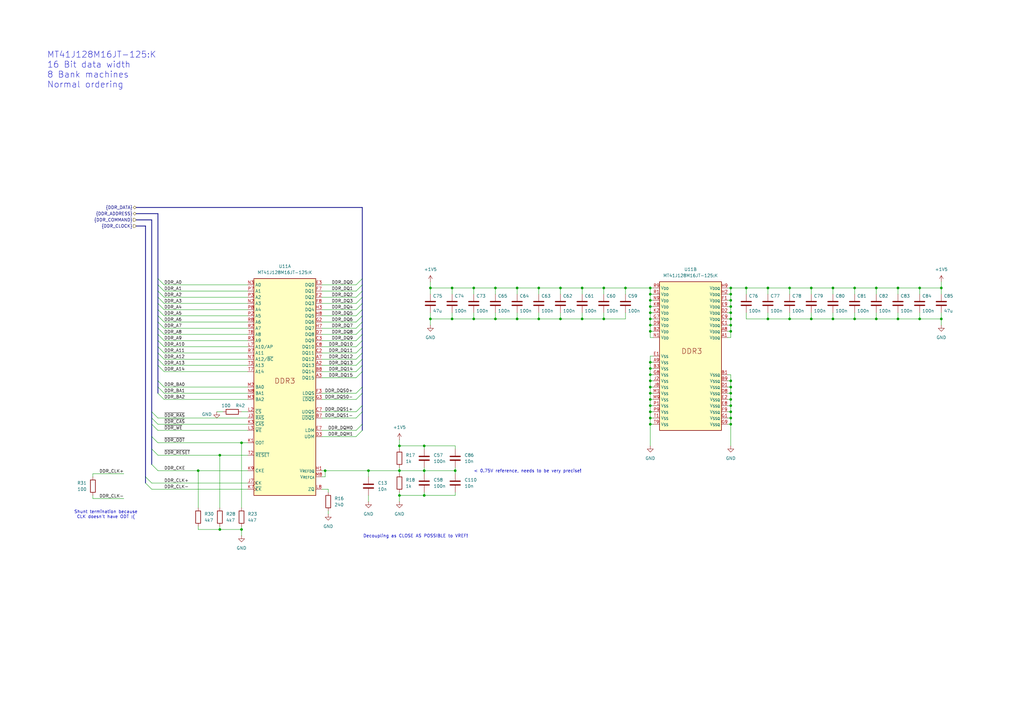
<source format=kicad_sch>
(kicad_sch (version 20250114) (generator "eeschema") (generator_version "9.0")
  (paper "A3")
  (lib_symbols
    (symbol "Device:C" (pin_numbers (hide yes)) (pin_names (offset 0.254))
      (property "Reference" "C" (at 0.635 2.54 0))
      (property "Value" "C" (at 0.635 -2.54 0))
      (symbol "C_0_1"
        (polyline (pts (xy -2.032 0.762) (xy 2.032 0.762)) (stroke (width 0.508)))
        (polyline (pts (xy -2.032 -0.762) (xy 2.032 -0.762)) (stroke (width 0.508)))
      )
      (symbol "C_1_1"
        (pin passive line (at 0 3.81 270) (length 2.794) (name "~") (number "1"))
        (pin passive line (at 0 -3.81 90) (length 2.794) (name "~") (number "2"))
      )
    )
    (symbol "Device:R" (pin_numbers (hide yes)) (pin_names (offset 0))
      (property "Reference" "R" (at 2.032 0 90))
      (property "Value" "R" (at 0 0 90))
      (symbol "R_0_1"
        (rectangle (start -1.016 -2.54) (end 1.016 2.54) (stroke (width 0.254)))
      )
      (symbol "R_1_1"
        (pin passive line (at 0 3.81 270) (length 1.27) (name "~") (number "1"))
        (pin passive line (at 0 -3.81 90) (length 1.27) (name "~") (number "2"))
      )
    )
    (symbol "FPGA Accelerator:MT41J128M16JT-125{colon}K"
      (property "Reference" "U11" (at 17.78 6.7467 90))
      (property "Value" "MT41J128M16JT-125:K" (at -11.684 17.78 0))
      (symbol "MT41J128M16JT-125{colon}K_1_1"
        (rectangle (start -12.7 43.18) (end 12.7 -45.72) (stroke (width 0.254)) (fill (type background)))
        (text "DDR3" (at 0 0 0) (effects (font (size 2.1336 2.1336)) (justify bottom)))
        (pin input line (at -15.24 40.64 0) (length 2.54) (name "A0") (number "N3"))
        (pin input line (at -15.24 38.1 0) (length 2.54) (name "A1") (number "P7"))
        (pin input line (at -15.24 35.56 0) (length 2.54) (name "A2") (number "P3"))
        (pin input line (at -15.24 33.02 0) (length 2.54) (name "A3") (number "N2"))
        (pin input line (at -15.24 30.48 0) (length 2.54) (name "A4") (number "P8"))
        (pin input line (at -15.24 27.94 0) (length 2.54) (name "A5") (number "P2"))
        (pin input line (at -15.24 25.4 0) (length 2.54) (name "A6") (number "R8"))
        (pin input line (at -15.24 22.86 0) (length 2.54) (name "A7") (number "R2"))
        (pin input line (at -15.24 20.32 0) (length 2.54) (name "A8") (number "T8"))
        (pin input line (at -15.24 17.78 0) (length 2.54) (name "A9") (number "R3"))
        (pin input line (at -15.24 15.24 0) (length 2.54) (name "A10/AP") (number "L7"))
        (pin input line (at -15.24 12.7 0) (length 2.54) (name "A11") (number "R7"))
        (pin input line (at -15.24 10.16 0) (length 2.54) (name "A12/~{BC}") (number "N7"))
        (pin input line (at -15.24 7.62 0) (length 2.54) (name "A13") (number "T3"))
        (pin input line (at -15.24 5.08 0) (length 2.54) (name "A14") (number "T7"))
        (pin input line (at -15.24 -1.27 0) (length 2.54) (name "BA0") (number "M2"))
        (pin input line (at -15.24 -3.81 0) (length 2.54) (name "BA1") (number "N8"))
        (pin input line (at -15.24 -6.35 0) (length 2.54) (name "BA2") (number "M3"))
        (pin input line (at -15.24 -11.43 0) (length 2.54) (name "~{CS}") (number "L2"))
        (pin input line (at -15.24 -13.97 0) (length 2.54) (name "~{RAS}") (number "J3"))
        (pin input line (at -15.24 -16.51 0) (length 2.54) (name "~{CAS}") (number "K3"))
        (pin input line (at -15.24 -19.05 0) (length 2.54) (name "~{WE}") (number "L3"))
        (pin input line (at -15.24 -24.13 0) (length 2.54) (name "ODT") (number "K1"))
        (pin input line (at -15.24 -29.21 0) (length 2.54) (name "~{RESET}") (number "T2"))
        (pin input line (at -15.24 -35.56 0) (length 2.54) (name "CKE") (number "K9"))
        (pin input clock (at -15.24 -40.64 0) (length 2.54) (name "CK") (number "J7"))
        (pin input clock (at -15.24 -43.18 0) (length 2.54) (name "~{CK}") (number "K7"))
        (pin no_connect line (at 12.7 0 180) (length 2.54) (hide yes) (name "NC") (number "M7"))
        (pin no_connect line (at 12.7 -2.54 180) (length 2.54) (hide yes) (name "NC") (number "J1"))
        (pin no_connect line (at 12.7 -25.4 180) (length 2.54) (hide yes) (name "NC") (number "J9"))
        (pin no_connect line (at 12.7 -27.94 180) (length 2.54) (hide yes) (name "NC") (number "L9"))
        (pin no_connect line (at 12.7 -30.48 180) (length 2.54) (hide yes) (name "NC") (number "L1"))
        (pin bidirectional line (at 15.24 40.64 180) (length 2.54) (name "DQ0") (number "E3"))
        (pin bidirectional line (at 15.24 38.1 180) (length 2.54) (name "DQ1") (number "F7"))
        (pin bidirectional line (at 15.24 35.56 180) (length 2.54) (name "DQ2") (number "F2"))
        (pin bidirectional line (at 15.24 33.02 180) (length 2.54) (name "DQ3") (number "F8"))
        (pin bidirectional line (at 15.24 30.48 180) (length 2.54) (name "DQ4") (number "H3"))
        (pin bidirectional line (at 15.24 27.94 180) (length 2.54) (name "DQ5") (number "H8"))
        (pin bidirectional line (at 15.24 25.4 180) (length 2.54) (name "DQ6") (number "G2"))
        (pin bidirectional line (at 15.24 22.86 180) (length 2.54) (name "DQ7") (number "H7"))
        (pin bidirectional line (at 15.24 20.32 180) (length 2.54) (name "DQ8") (number "D7"))
        (pin bidirectional line (at 15.24 17.78 180) (length 2.54) (name "DQ9") (number "C3"))
        (pin bidirectional line (at 15.24 15.24 180) (length 2.54) (name "DQ10") (number "C8"))
        (pin bidirectional line (at 15.24 12.7 180) (length 2.54) (name "DQ11") (number "C2"))
        (pin bidirectional line (at 15.24 10.16 180) (length 2.54) (name "DQ12") (number "A7"))
        (pin bidirectional line (at 15.24 7.62 180) (length 2.54) (name "DQ13") (number "A2"))
        (pin bidirectional line (at 15.24 5.08 180) (length 2.54) (name "DQ14") (number "B8"))
        (pin bidirectional line (at 15.24 2.54 180) (length 2.54) (name "DQ15") (number "A3"))
        (pin bidirectional line (at 15.24 -3.81 180) (length 2.54) (name "LDQS") (number "F3"))
        (pin bidirectional line (at 15.24 -6.35 180) (length 2.54) (name "~{LDQS}") (number "G3"))
        (pin bidirectional line (at 15.24 -11.43 180) (length 2.54) (name "UDQS") (number "C7"))
        (pin bidirectional line (at 15.24 -13.97 180) (length 2.54) (name "~{UDQS}") (number "B7"))
        (pin input line (at 15.24 -19.05 180) (length 2.54) (name "LDM") (number "E7"))
        (pin input line (at 15.24 -21.59 180) (length 2.54) (name "UDM") (number "D3"))
        (pin passive line (at 15.24 -35.56 180) (length 2.54) (name "V_{REFDQ}") (number "H1"))
        (pin passive line (at 15.24 -38.1 180) (length 2.54) (name "V_{REFCA}") (number "M8"))
        (pin passive line (at 15.24 -43.18 180) (length 2.54) (name "ZQ") (number "L8"))
      )
      (symbol "MT41J128M16JT-125{colon}K_2_1"
        (rectangle (start -12.7 15.24) (end 12.7 -45.72) (stroke (width 0.254)) (fill (type background)))
        (text "DDR3" (at 0.508 -14.478 0) (effects (font (size 2.1336 2.1336)) (justify bottom)))
        (pin passive line (at -15.24 12.7 0) (length 2.54) (name "V_{DD}") (number "R9"))
        (pin passive line (at -15.24 10.16 0) (length 2.54) (name "V_{DD}") (number "R1"))
        (pin passive line (at -15.24 7.62 0) (length 2.54) (name "V_{DD}") (number "N9"))
        (pin passive line (at -15.24 5.08 0) (length 2.54) (name "V_{DD}") (number "K8"))
        (pin passive line (at -15.24 2.54 0) (length 2.54) (name "V_{DD}") (number "K2"))
        (pin passive line (at -15.24 0 0) (length 2.54) (name "V_{DD}") (number "G7"))
        (pin passive line (at -15.24 -2.54 0) (length 2.54) (name "V_{DD}") (number "D9"))
        (pin passive line (at -15.24 -5.08 0) (length 2.54) (name "V_{DD}") (number "B2"))
        (pin power_in line (at -15.24 -7.62 0) (length 2.54) (name "V_{DD}") (number "N1"))
        (pin power_in line (at -15.24 -15.24 0) (length 2.54) (name "V_{SS}") (number "E1"))
        (pin passive line (at -15.24 -17.78 0) (length 2.54) (name "V_{SS}") (number "A9"))
        (pin passive line (at -15.24 -20.32 0) (length 2.54) (name "V_{SS}") (number "B3"))
        (pin passive line (at -15.24 -22.86 0) (length 2.54) (name "V_{SS}") (number "G8"))
        (pin passive line (at -15.24 -25.4 0) (length 2.54) (name "V_{SS}") (number "J2"))
        (pin passive line (at -15.24 -27.94 0) (length 2.54) (name "V_{SS}") (number "J8"))
        (pin passive line (at -15.24 -30.48 0) (length 2.54) (name "V_{SS}") (number "M1"))
        (pin passive line (at -15.24 -33.02 0) (length 2.54) (name "V_{SS}") (number "M9"))
        (pin passive line (at -15.24 -35.56 0) (length 2.54) (name "V_{SS}") (number "P1"))
        (pin passive line (at -15.24 -38.1 0) (length 2.54) (name "V_{SS}") (number "P9"))
        (pin passive line (at -15.24 -40.64 0) (length 2.54) (name "V_{SS}") (number "T1"))
        (pin passive line (at -15.24 -43.18 0) (length 2.54) (name "V_{SS}") (number "T9"))
        (pin passive line (at 15.24 12.7 180) (length 2.54) (name "V_{DDQ}") (number "H9"))
        (pin passive line (at 15.24 10.16 180) (length 2.54) (name "V_{DDQ}") (number "H2"))
        (pin passive line (at 15.24 7.62 180) (length 2.54) (name "V_{DDQ}") (number "F1"))
        (pin passive line (at 15.24 5.08 180) (length 2.54) (name "V_{DDQ}") (number "E9"))
        (pin passive line (at 15.24 2.54 180) (length 2.54) (name "V_{DDQ}") (number "D2"))
        (pin passive line (at 15.24 0 180) (length 2.54) (name "V_{DDQ}") (number "C9"))
        (pin passive line (at 15.24 -2.54 180) (length 2.54) (name "V_{DDQ}") (number "C1"))
        (pin passive line (at 15.24 -5.08 180) (length 2.54) (name "V_{DDQ}") (number "A8"))
        (pin power_in line (at 15.24 -7.62 180) (length 2.54) (name "V_{DDQ}") (number "A1"))
        (pin power_in line (at 15.24 -22.86 180) (length 2.54) (name "V_{SSQ}") (number "B1"))
        (pin passive line (at 15.24 -25.4 180) (length 2.54) (name "V_{SSQ}") (number "B9"))
        (pin passive line (at 15.24 -27.94 180) (length 2.54) (name "V_{SSQ}") (number "D1"))
        (pin passive line (at 15.24 -30.48 180) (length 2.54) (name "V_{SSQ}") (number "D8"))
        (pin passive line (at 15.24 -33.02 180) (length 2.54) (name "V_{SSQ}") (number "E2"))
        (pin passive line (at 15.24 -35.56 180) (length 2.54) (name "V_{SSQ}") (number "E8"))
        (pin passive line (at 15.24 -38.1 180) (length 2.54) (name "V_{SSQ}") (number "F9"))
        (pin passive line (at 15.24 -40.64 180) (length 2.54) (name "V_{SSQ}") (number "G1"))
        (pin passive line (at 15.24 -43.18 180) (length 2.54) (name "V_{SSQ}") (number "G9"))
      )
    )
    (symbol "power:+1V5" (power) (pin_numbers (hide yes)) (pin_names (offset 0) (hide yes))
      (property "Value" "+1V5" (at 0 3.556 0))
      (symbol "+1V5_0_1"
        (polyline (pts (xy -0.762 1.27) (xy 0 2.54)))
        (polyline (pts (xy 0 2.54) (xy 0.762 1.27)))
        (polyline (pts (xy 0 0) (xy 0 2.54)))
      )
      (symbol "+1V5_1_1"
        (pin power_in line (at 0 0 90) (length 0) (name "~") (number "1"))
      )
    )
    (symbol "power:GND" (power) (pin_numbers (hide yes)) (pin_names (offset 0) (hide yes))
      (property "Value" "GND" (at 0 -3.81 0))
      (symbol "GND_0_1"
        (polyline (pts (xy 0 0) (xy 0 -1.27) (xy 1.27 -1.27) (xy 0 -2.54) (xy -1.27 -1.27) (xy 0 -1.27)))
      )
      (symbol "GND_1_1"
        (pin power_in line (at 0 0 270) (length 0) (name "~") (number "1"))
      )
    )
  )
  (bus_alias "DDR_ADDRESS" (members "DDR_A[0..14]" "DDR_BA[0..2]"))
  (bus_alias "DDR_CLOCK" (members "DDR_CLK+" "DDR_CLK-"))
  (bus_alias "DDR_COMMAND" (members "~{DDR_RAS}" "~{DDR_CAS}" "~{DDR_WE}" "~{DDR_ODT}" "~{DDR_RESET}" "DDR_CKE"))
  (bus_alias "DDR_DATA" (members "DDR_DQ[0..15]" "DDR_DQS0+" "DDR_DQS0-" "DDR_DQS1+" "DDR_DQS1-" "DDR_DQM[0..1]"))
  (text "MT41J128M16JT-125:K\n16 Bit data width\n8 Bank machines\nNormal ordering" (at 19.304 28.702 0) (effects (font (size 2.54 2.54)) (justify left)))
  (text "< 0.75V reference, needs to be very precise!" (at 216.408 193.294 0) (effects (font (size 1.27 1.27))))
  (text "Decoupling as CLOSE AS POSSIBLE to VREF! " (at 170.942 219.964 0) (effects (font (size 1.27 1.27))))
  (text "Shunt termination because\nCLK doesn't have ODT :(" (at 43.434 211.074 0) (effects (font (size 1.27 1.27))))
  (junction (at 266.7 135.89))
  (junction (at 299.72 171.45))
  (junction (at 299.72 158.75))
  (junction (at 220.98 118.11))
  (junction (at 194.31 130.81))
  (junction (at 266.7 166.37))
  (junction (at 299.72 166.37))
  (junction (at 173.99 203.2))
  (junction (at 299.72 173.99))
  (junction (at 266.7 168.91))
  (junction (at 299.72 133.35))
  (junction (at 185.42 130.81))
  (junction (at 173.99 182.88))
  (junction (at 299.72 161.29))
  (junction (at 256.54 118.11))
  (junction (at 247.65 130.81))
  (junction (at 368.3 130.81))
  (junction (at 299.72 156.21))
  (junction (at 266.7 128.27))
  (junction (at 81.28 193.04))
  (junction (at 386.08 118.11))
  (junction (at 359.41 118.11))
  (junction (at 238.76 130.81))
  (junction (at 368.3 118.11))
  (junction (at 163.83 203.2))
  (junction (at 314.96 118.11))
  (junction (at 323.85 118.11))
  (junction (at 341.63 118.11))
  (junction (at 306.07 118.11))
  (junction (at 229.87 130.81))
  (junction (at 266.7 148.59))
  (junction (at 266.7 133.35))
  (junction (at 266.7 173.99))
  (junction (at 266.7 123.19))
  (junction (at 323.85 130.81))
  (junction (at 332.74 130.81))
  (junction (at 266.7 125.73))
  (junction (at 341.63 130.81))
  (junction (at 229.87 118.11))
  (junction (at 332.74 118.11))
  (junction (at 266.7 118.11))
  (junction (at 299.72 123.19))
  (junction (at 266.7 130.81))
  (junction (at 266.7 163.83))
  (junction (at 266.7 161.29))
  (junction (at 163.83 193.04))
  (junction (at 133.35 193.04))
  (junction (at 359.41 130.81))
  (junction (at 299.72 163.83))
  (junction (at 247.65 118.11))
  (junction (at 99.06 217.17))
  (junction (at 99.06 181.61))
  (junction (at 299.72 130.81))
  (junction (at 90.17 217.17))
  (junction (at 220.98 130.81))
  (junction (at 163.83 182.88))
  (junction (at 299.72 118.11))
  (junction (at 176.53 118.11))
  (junction (at 176.53 130.81))
  (junction (at 299.72 168.91))
  (junction (at 314.96 130.81))
  (junction (at 186.69 193.04))
  (junction (at 299.72 120.65))
  (junction (at 266.7 156.21))
  (junction (at 350.52 118.11))
  (junction (at 386.08 130.81))
  (junction (at 299.72 125.73))
  (junction (at 203.2 118.11))
  (junction (at 212.09 130.81))
  (junction (at 299.72 128.27))
  (junction (at 203.2 130.81))
  (junction (at 350.52 130.81))
  (junction (at 238.76 118.11))
  (junction (at 377.19 130.81))
  (junction (at 266.7 151.13))
  (junction (at 266.7 158.75))
  (junction (at 266.7 153.67))
  (junction (at 151.13 193.04))
  (junction (at 299.72 135.89))
  (junction (at 266.7 120.65))
  (junction (at 90.17 186.69))
  (junction (at 266.7 171.45))
  (junction (at 212.09 118.11))
  (junction (at 185.42 118.11))
  (junction (at 173.99 193.04))
  (junction (at 377.19 118.11))
  (junction (at 194.31 118.11))
  (bus_entry (at 62.23 198.12) (size -2.54 -2.54))
  (bus_entry (at 64.77 176.53) (size -2.54 -2.54))
  (bus_entry (at 67.31 121.92) (size -2.54 -2.54))
  (bus_entry (at 146.05 132.08) (size 2.54 -2.54))
  (bus_entry (at 64.77 173.99) (size -2.54 -2.54))
  (bus_entry (at 146.05 144.78) (size 2.54 -2.54))
  (bus_entry (at 146.05 116.84) (size 2.54 -2.54))
  (bus_entry (at 146.05 168.91) (size 2.54 -2.54))
  (bus_entry (at 64.77 186.69) (size -2.54 -2.54))
  (bus_entry (at 146.05 171.45) (size 2.54 -2.54))
  (bus_entry (at 67.31 137.16) (size -2.54 -2.54))
  (bus_entry (at 67.31 129.54) (size -2.54 -2.54))
  (bus_entry (at 146.05 142.24) (size 2.54 -2.54))
  (bus_entry (at 146.05 161.29) (size 2.54 -2.54))
  (bus_entry (at 146.05 124.46) (size 2.54 -2.54))
  (bus_entry (at 146.05 139.7) (size 2.54 -2.54))
  (bus_entry (at 146.05 129.54) (size 2.54 -2.54))
  (bus_entry (at 67.31 116.84) (size -2.54 -2.54))
  (bus_entry (at 146.05 134.62) (size 2.54 -2.54))
  (bus_entry (at 67.31 161.29) (size -2.54 -2.54))
  (bus_entry (at 64.77 193.04) (size -2.54 -2.54))
  (bus_entry (at 146.05 152.4) (size 2.54 -2.54))
  (bus_entry (at 67.31 149.86) (size -2.54 -2.54))
  (bus_entry (at 67.31 119.38) (size -2.54 -2.54))
  (bus_entry (at 67.31 139.7) (size -2.54 -2.54))
  (bus_entry (at 146.05 127) (size 2.54 -2.54))
  (bus_entry (at 67.31 147.32) (size -2.54 -2.54))
  (bus_entry (at 67.31 124.46) (size -2.54 -2.54))
  (bus_entry (at 146.05 179.07) (size 2.54 -2.54))
  (bus_entry (at 67.31 144.78) (size -2.54 -2.54))
  (bus_entry (at 67.31 158.75) (size -2.54 -2.54))
  (bus_entry (at 62.23 200.66) (size -2.54 -2.54))
  (bus_entry (at 64.77 171.45) (size -2.54 -2.54))
  (bus_entry (at 146.05 147.32) (size 2.54 -2.54))
  (bus_entry (at 67.31 142.24) (size -2.54 -2.54))
  (bus_entry (at 146.05 163.83) (size 2.54 -2.54))
  (bus_entry (at 67.31 163.83) (size -2.54 -2.54))
  (bus_entry (at 146.05 119.38) (size 2.54 -2.54))
  (bus_entry (at 67.31 127) (size -2.54 -2.54))
  (bus_entry (at 67.31 152.4) (size -2.54 -2.54))
  (bus_entry (at 146.05 154.94) (size 2.54 -2.54))
  (bus_entry (at 64.77 181.61) (size -2.54 -2.54))
  (bus_entry (at 146.05 137.16) (size 2.54 -2.54))
  (bus_entry (at 146.05 121.92) (size 2.54 -2.54))
  (bus_entry (at 146.05 149.86) (size 2.54 -2.54))
  (bus_entry (at 67.31 132.08) (size -2.54 -2.54))
  (bus_entry (at 67.31 134.62) (size -2.54 -2.54))
  (bus_entry (at 146.05 176.53) (size 2.54 -2.54))
  (wire (pts (xy 299.72 173.99) (xy 299.72 182.88)))
  (wire (pts (xy 266.7 168.91) (xy 266.7 171.45)))
  (wire (pts (xy 314.96 120.65) (xy 314.96 118.11)))
  (wire (pts (xy 229.87 130.81) (xy 238.76 130.81)))
  (wire (pts (xy 266.7 130.81) (xy 266.7 133.35)))
  (wire (pts (xy 132.08 127) (xy 146.05 127)))
  (wire (pts (xy 368.3 130.81) (xy 359.41 130.81)))
  (wire (pts (xy 299.72 118.11) (xy 298.45 118.11)))
  (wire (pts (xy 256.54 130.81) (xy 256.54 128.27)))
  (wire (pts (xy 266.7 153.67) (xy 266.7 156.21)))
  (wire (pts (xy 238.76 118.11) (xy 247.65 118.11)))
  (wire (pts (xy 299.72 163.83) (xy 298.45 163.83)))
  (bus (pts (xy 59.69 92.71) (xy 59.69 195.58)))
  (wire (pts (xy 377.19 130.81) (xy 368.3 130.81)))
  (wire (pts (xy 163.83 182.88) (xy 163.83 184.15)))
  (wire (pts (xy 146.05 168.91) (xy 132.08 168.91)))
  (wire (pts (xy 67.31 147.32) (xy 101.6 147.32)))
  (wire (pts (xy 133.35 193.04) (xy 151.13 193.04)))
  (bus (pts (xy 148.59 137.16) (xy 148.59 134.62)))
  (wire (pts (xy 185.42 130.81) (xy 194.31 130.81)))
  (wire (pts (xy 99.06 219.71) (xy 99.06 217.17)))
  (wire (pts (xy 64.77 186.69) (xy 90.17 186.69)))
  (bus (pts (xy 64.77 156.21) (xy 64.77 149.86)))
  (bus (pts (xy 148.59 119.38) (xy 148.59 116.84)))
  (bus (pts (xy 64.77 158.75) (xy 64.77 156.21)))
  (wire (pts (xy 266.7 125.73) (xy 267.97 125.73)))
  (wire (pts (xy 163.83 180.34) (xy 163.83 182.88)))
  (wire (pts (xy 299.72 166.37) (xy 299.72 168.91)))
  (wire (pts (xy 220.98 130.81) (xy 229.87 130.81)))
  (wire (pts (xy 299.72 120.65) (xy 298.45 120.65)))
  (wire (pts (xy 299.72 168.91) (xy 298.45 168.91)))
  (wire (pts (xy 247.65 118.11) (xy 256.54 118.11)))
  (wire (pts (xy 163.83 193.04) (xy 163.83 191.77)))
  (wire (pts (xy 306.07 120.65) (xy 306.07 118.11)))
  (wire (pts (xy 229.87 118.11) (xy 238.76 118.11)))
  (wire (pts (xy 220.98 118.11) (xy 220.98 120.65)))
  (wire (pts (xy 62.23 198.12) (xy 101.6 198.12)))
  (wire (pts (xy 359.41 130.81) (xy 359.41 128.27)))
  (bus (pts (xy 64.77 116.84) (xy 64.77 114.3)))
  (wire (pts (xy 186.69 193.04) (xy 186.69 191.77)))
  (wire (pts (xy 238.76 118.11) (xy 238.76 120.65)))
  (bus (pts (xy 62.23 184.15) (xy 62.23 190.5)))
  (wire (pts (xy 203.2 118.11) (xy 212.09 118.11)))
  (wire (pts (xy 266.7 158.75) (xy 266.7 161.29)))
  (wire (pts (xy 359.41 120.65) (xy 359.41 118.11)))
  (wire (pts (xy 266.7 148.59) (xy 266.7 151.13)))
  (wire (pts (xy 299.72 153.67) (xy 299.72 156.21)))
  (wire (pts (xy 299.72 128.27) (xy 299.72 130.81)))
  (wire (pts (xy 99.06 217.17) (xy 99.06 215.9)))
  (wire (pts (xy 133.35 195.58) (xy 133.35 193.04)))
  (wire (pts (xy 256.54 118.11) (xy 256.54 120.65)))
  (wire (pts (xy 132.08 139.7) (xy 146.05 139.7)))
  (wire (pts (xy 132.08 195.58) (xy 133.35 195.58)))
  (bus (pts (xy 64.77 161.29) (xy 64.77 158.75)))
  (wire (pts (xy 266.7 118.11) (xy 266.7 120.65)))
  (wire (pts (xy 146.05 134.62) (xy 132.08 134.62)))
  (wire (pts (xy 377.19 118.11) (xy 368.3 118.11)))
  (bus (pts (xy 64.77 139.7) (xy 64.77 137.16)))
  (wire (pts (xy 266.7 135.89) (xy 267.97 135.89)))
  (wire (pts (xy 220.98 130.81) (xy 220.98 128.27)))
  (wire (pts (xy 386.08 118.11) (xy 386.08 120.65)))
  (wire (pts (xy 151.13 195.58) (xy 151.13 193.04)))
  (bus (pts (xy 148.59 161.29) (xy 148.59 158.75)))
  (wire (pts (xy 163.83 203.2) (xy 163.83 201.93)))
  (wire (pts (xy 132.08 163.83) (xy 146.05 163.83)))
  (wire (pts (xy 266.7 120.65) (xy 267.97 120.65)))
  (wire (pts (xy 132.08 119.38) (xy 146.05 119.38)))
  (wire (pts (xy 256.54 118.11) (xy 266.7 118.11)))
  (wire (pts (xy 266.7 128.27) (xy 266.7 130.81)))
  (wire (pts (xy 350.52 118.11) (xy 359.41 118.11)))
  (wire (pts (xy 299.72 173.99) (xy 298.45 173.99)))
  (wire (pts (xy 194.31 118.11) (xy 194.31 120.65)))
  (wire (pts (xy 368.3 118.11) (xy 359.41 118.11)))
  (wire (pts (xy 299.72 125.73) (xy 298.45 125.73)))
  (wire (pts (xy 99.06 217.17) (xy 90.17 217.17)))
  (wire (pts (xy 186.69 182.88) (xy 186.69 184.15)))
  (bus (pts (xy 148.59 149.86) (xy 148.59 147.32)))
  (wire (pts (xy 341.63 130.81) (xy 332.74 130.81)))
  (wire (pts (xy 266.7 156.21) (xy 266.7 158.75)))
  (bus (pts (xy 64.77 132.08) (xy 64.77 129.54)))
  (wire (pts (xy 203.2 130.81) (xy 203.2 128.27)))
  (wire (pts (xy 99.06 168.91) (xy 101.6 168.91)))
  (bus (pts (xy 148.59 132.08) (xy 148.59 129.54)))
  (wire (pts (xy 146.05 116.84) (xy 132.08 116.84)))
  (wire (pts (xy 299.72 161.29) (xy 298.45 161.29)))
  (wire (pts (xy 350.52 130.81) (xy 341.63 130.81)))
  (wire (pts (xy 299.72 171.45) (xy 299.72 173.99)))
  (wire (pts (xy 266.7 156.21) (xy 267.97 156.21)))
  (wire (pts (xy 173.99 201.93) (xy 173.99 203.2)))
  (wire (pts (xy 323.85 120.65) (xy 323.85 118.11)))
  (wire (pts (xy 173.99 191.77) (xy 173.99 193.04)))
  (wire (pts (xy 67.31 116.84) (xy 101.6 116.84)))
  (wire (pts (xy 332.74 130.81) (xy 332.74 128.27)))
  (wire (pts (xy 99.06 181.61) (xy 99.06 208.28)))
  (bus (pts (xy 148.59 142.24) (xy 148.59 139.7)))
  (bus (pts (xy 148.59 152.4) (xy 148.59 149.86)))
  (wire (pts (xy 299.72 130.81) (xy 299.72 133.35)))
  (bus (pts (xy 55.88 87.63) (xy 64.77 87.63)))
  (bus (pts (xy 62.23 179.07) (xy 62.23 184.15)))
  (wire (pts (xy 332.74 130.81) (xy 323.85 130.81)))
  (wire (pts (xy 266.7 166.37) (xy 267.97 166.37)))
  (wire (pts (xy 299.72 118.11) (xy 306.07 118.11)))
  (wire (pts (xy 266.7 135.89) (xy 266.7 138.43)))
  (wire (pts (xy 173.99 182.88) (xy 186.69 182.88)))
  (wire (pts (xy 386.08 115.57) (xy 386.08 118.11)))
  (wire (pts (xy 377.19 118.11) (xy 377.19 120.65)))
  (wire (pts (xy 299.72 163.83) (xy 299.72 166.37)))
  (wire (pts (xy 314.96 118.11) (xy 323.85 118.11)))
  (wire (pts (xy 266.7 120.65) (xy 266.7 123.19)))
  (bus (pts (xy 148.59 121.92) (xy 148.59 119.38)))
  (bus (pts (xy 64.77 134.62) (xy 64.77 132.08)))
  (bus (pts (xy 148.59 116.84) (xy 148.59 114.3)))
  (wire (pts (xy 350.52 130.81) (xy 350.52 128.27)))
  (wire (pts (xy 50.8 194.31) (xy 38.1 194.31)))
  (wire (pts (xy 212.09 130.81) (xy 220.98 130.81)))
  (wire (pts (xy 173.99 182.88) (xy 173.99 184.15)))
  (wire (pts (xy 266.7 151.13) (xy 266.7 153.67)))
  (bus (pts (xy 148.59 124.46) (xy 148.59 121.92)))
  (bus (pts (xy 59.69 198.12) (xy 59.69 195.58)))
  (wire (pts (xy 212.09 130.81) (xy 212.09 128.27)))
  (wire (pts (xy 266.7 133.35) (xy 267.97 133.35)))
  (wire (pts (xy 194.31 130.81) (xy 194.31 128.27)))
  (wire (pts (xy 229.87 130.81) (xy 229.87 128.27)))
  (bus (pts (xy 148.59 144.78) (xy 148.59 142.24)))
  (wire (pts (xy 62.23 200.66) (xy 101.6 200.66)))
  (bus (pts (xy 55.88 90.17) (xy 62.23 90.17)))
  (wire (pts (xy 299.72 158.75) (xy 299.72 161.29)))
  (bus (pts (xy 64.77 119.38) (xy 64.77 116.84)))
  (wire (pts (xy 64.77 173.99) (xy 101.6 173.99)))
  (wire (pts (xy 266.7 163.83) (xy 266.7 166.37)))
  (bus (pts (xy 64.77 137.16) (xy 64.77 134.62)))
  (bus (pts (xy 55.88 92.71) (xy 59.69 92.71)))
  (bus (pts (xy 64.77 147.32) (xy 64.77 144.78)))
  (wire (pts (xy 299.72 153.67) (xy 298.45 153.67)))
  (wire (pts (xy 146.05 154.94) (xy 132.08 154.94)))
  (wire (pts (xy 299.72 158.75) (xy 298.45 158.75)))
  (bus (pts (xy 64.77 142.24) (xy 64.77 139.7)))
  (wire (pts (xy 266.7 158.75) (xy 267.97 158.75)))
  (wire (pts (xy 238.76 130.81) (xy 247.65 130.81)))
  (wire (pts (xy 101.6 144.78) (xy 67.31 144.78)))
  (wire (pts (xy 266.7 163.83) (xy 267.97 163.83)))
  (wire (pts (xy 220.98 118.11) (xy 229.87 118.11)))
  (wire (pts (xy 163.83 203.2) (xy 173.99 203.2)))
  (wire (pts (xy 266.7 138.43) (xy 267.97 138.43)))
  (wire (pts (xy 266.7 161.29) (xy 267.97 161.29)))
  (wire (pts (xy 323.85 118.11) (xy 332.74 118.11)))
  (wire (pts (xy 266.7 146.05) (xy 267.97 146.05)))
  (wire (pts (xy 146.05 171.45) (xy 132.08 171.45)))
  (wire (pts (xy 247.65 118.11) (xy 247.65 120.65)))
  (wire (pts (xy 203.2 118.11) (xy 203.2 120.65)))
  (wire (pts (xy 266.7 161.29) (xy 266.7 163.83)))
  (bus (pts (xy 64.77 127) (xy 64.77 124.46)))
  (wire (pts (xy 212.09 118.11) (xy 220.98 118.11)))
  (wire (pts (xy 299.72 135.89) (xy 298.45 135.89)))
  (wire (pts (xy 101.6 129.54) (xy 67.31 129.54)))
  (wire (pts (xy 266.7 133.35) (xy 266.7 135.89)))
  (wire (pts (xy 186.69 193.04) (xy 186.69 194.31)))
  (wire (pts (xy 64.77 171.45) (xy 101.6 171.45)))
  (wire (pts (xy 185.42 118.11) (xy 185.42 120.65)))
  (wire (pts (xy 176.53 133.35) (xy 176.53 130.81)))
  (bus (pts (xy 148.59 173.99) (xy 148.59 168.91)))
  (wire (pts (xy 132.08 161.29) (xy 146.05 161.29)))
  (wire (pts (xy 151.13 205.74) (xy 151.13 203.2)))
  (wire (pts (xy 101.6 139.7) (xy 67.31 139.7)))
  (bus (pts (xy 62.23 173.99) (xy 62.23 179.07)))
  (wire (pts (xy 314.96 130.81) (xy 314.96 128.27)))
  (wire (pts (xy 299.72 138.43) (xy 298.45 138.43)))
  (bus (pts (xy 64.77 121.92) (xy 64.77 119.38)))
  (wire (pts (xy 299.72 123.19) (xy 298.45 123.19)))
  (wire (pts (xy 306.07 130.81) (xy 306.07 128.27)))
  (wire (pts (xy 88.9 168.91) (xy 91.44 168.91)))
  (wire (pts (xy 134.62 200.66) (xy 132.08 200.66)))
  (wire (pts (xy 101.6 134.62) (xy 67.31 134.62)))
  (wire (pts (xy 299.72 123.19) (xy 299.72 125.73)))
  (wire (pts (xy 368.3 130.81) (xy 368.3 128.27)))
  (wire (pts (xy 299.72 128.27) (xy 298.45 128.27)))
  (wire (pts (xy 81.28 193.04) (xy 101.6 193.04)))
  (wire (pts (xy 266.7 123.19) (xy 266.7 125.73)))
  (bus (pts (xy 148.59 158.75) (xy 148.59 152.4)))
  (wire (pts (xy 146.05 129.54) (xy 132.08 129.54)))
  (wire (pts (xy 173.99 193.04) (xy 173.99 194.31)))
  (bus (pts (xy 62.23 173.99) (xy 62.23 171.45)))
  (bus (pts (xy 148.59 176.53) (xy 148.59 173.99)))
  (wire (pts (xy 101.6 119.38) (xy 67.31 119.38)))
  (wire (pts (xy 173.99 203.2) (xy 186.69 203.2)))
  (wire (pts (xy 90.17 217.17) (xy 90.17 215.9)))
  (bus (pts (xy 148.59 166.37) (xy 148.59 161.29)))
  (wire (pts (xy 67.31 163.83) (xy 101.6 163.83)))
  (wire (pts (xy 299.72 130.81) (xy 298.45 130.81)))
  (wire (pts (xy 203.2 130.81) (xy 212.09 130.81)))
  (wire (pts (xy 146.05 179.07) (xy 132.08 179.07)))
  (wire (pts (xy 176.53 130.81) (xy 176.53 128.27)))
  (wire (pts (xy 299.72 156.21) (xy 299.72 158.75)))
  (wire (pts (xy 266.7 171.45) (xy 266.7 173.99)))
  (wire (pts (xy 163.83 205.74) (xy 163.83 203.2)))
  (wire (pts (xy 67.31 137.16) (xy 101.6 137.16)))
  (wire (pts (xy 299.72 125.73) (xy 299.72 128.27)))
  (wire (pts (xy 146.05 144.78) (xy 132.08 144.78)))
  (wire (pts (xy 185.42 130.81) (xy 185.42 128.27)))
  (wire (pts (xy 132.08 137.16) (xy 146.05 137.16)))
  (wire (pts (xy 266.7 125.73) (xy 266.7 128.27)))
  (wire (pts (xy 176.53 115.57) (xy 176.53 118.11)))
  (wire (pts (xy 341.63 120.65) (xy 341.63 118.11)))
  (bus (pts (xy 148.59 127) (xy 148.59 124.46)))
  (wire (pts (xy 212.09 118.11) (xy 212.09 120.65)))
  (wire (pts (xy 163.83 182.88) (xy 173.99 182.88)))
  (wire (pts (xy 176.53 118.11) (xy 176.53 120.65)))
  (wire (pts (xy 299.72 133.35) (xy 299.72 135.89)))
  (wire (pts (xy 81.28 193.04) (xy 81.28 208.28)))
  (wire (pts (xy 163.83 193.04) (xy 173.99 193.04)))
  (bus (pts (xy 148.59 134.62) (xy 148.59 132.08)))
  (bus (pts (xy 64.77 124.46) (xy 64.77 121.92)))
  (wire (pts (xy 81.28 217.17) (xy 81.28 215.9)))
  (wire (pts (xy 266.7 173.99) (xy 267.97 173.99)))
  (wire (pts (xy 386.08 118.11) (xy 377.19 118.11)))
  (wire (pts (xy 163.83 193.04) (xy 163.83 194.31)))
  (wire (pts (xy 266.7 153.67) (xy 267.97 153.67)))
  (wire (pts (xy 146.05 142.24) (xy 132.08 142.24)))
  (wire (pts (xy 185.42 118.11) (xy 194.31 118.11)))
  (wire (pts (xy 341.63 118.11) (xy 350.52 118.11)))
  (wire (pts (xy 67.31 127) (xy 101.6 127)))
  (wire (pts (xy 238.76 130.81) (xy 238.76 128.27)))
  (wire (pts (xy 299.72 166.37) (xy 298.45 166.37)))
  (wire (pts (xy 134.62 201.93) (xy 134.62 200.66)))
  (wire (pts (xy 146.05 176.53) (xy 132.08 176.53)))
  (wire (pts (xy 266.7 168.91) (xy 267.97 168.91)))
  (wire (pts (xy 299.72 171.45) (xy 298.45 171.45)))
  (wire (pts (xy 332.74 118.11) (xy 341.63 118.11)))
  (wire (pts (xy 341.63 130.81) (xy 341.63 128.27)))
  (wire (pts (xy 101.6 124.46) (xy 67.31 124.46)))
  (bus (pts (xy 64.77 144.78) (xy 64.77 142.24)))
  (wire (pts (xy 266.7 151.13) (xy 267.97 151.13)))
  (bus (pts (xy 55.88 85.09) (xy 148.59 85.09)))
  (bus (pts (xy 148.59 139.7) (xy 148.59 137.16)))
  (wire (pts (xy 266.7 146.05) (xy 266.7 148.59)))
  (wire (pts (xy 299.72 168.91) (xy 299.72 171.45)))
  (wire (pts (xy 229.87 118.11) (xy 229.87 120.65)))
  (wire (pts (xy 350.52 120.65) (xy 350.52 118.11)))
  (wire (pts (xy 133.35 193.04) (xy 132.08 193.04)))
  (wire (pts (xy 132.08 124.46) (xy 146.05 124.46)))
  (wire (pts (xy 132.08 121.92) (xy 146.05 121.92)))
  (wire (pts (xy 299.72 135.89) (xy 299.72 138.43)))
  (bus (pts (xy 148.59 147.32) (xy 148.59 144.78)))
  (bus (pts (xy 64.77 114.3) (xy 64.77 87.63)))
  (bus (pts (xy 148.59 114.3) (xy 148.59 85.09)))
  (wire (pts (xy 377.19 130.81) (xy 377.19 128.27)))
  (wire (pts (xy 299.72 118.11) (xy 299.72 120.65)))
  (wire (pts (xy 176.53 118.11) (xy 185.42 118.11)))
  (wire (pts (xy 194.31 130.81) (xy 203.2 130.81)))
  (wire (pts (xy 67.31 121.92) (xy 101.6 121.92)))
  (bus (pts (xy 62.23 90.17) (xy 62.23 168.91)))
  (wire (pts (xy 323.85 130.81) (xy 323.85 128.27)))
  (wire (pts (xy 146.05 147.32) (xy 132.08 147.32)))
  (wire (pts (xy 90.17 217.17) (xy 81.28 217.17)))
  (wire (pts (xy 50.8 204.47) (xy 38.1 204.47)))
  (wire (pts (xy 67.31 152.4) (xy 101.6 152.4)))
  (wire (pts (xy 359.41 130.81) (xy 350.52 130.81)))
  (wire (pts (xy 266.7 171.45) (xy 267.97 171.45)))
  (wire (pts (xy 299.72 161.29) (xy 299.72 163.83)))
  (wire (pts (xy 266.7 173.99) (xy 266.7 182.88)))
  (wire (pts (xy 132.08 152.4) (xy 146.05 152.4)))
  (wire (pts (xy 266.7 128.27) (xy 267.97 128.27)))
  (wire (pts (xy 134.62 210.82) (xy 134.62 209.55)))
  (wire (pts (xy 99.06 181.61) (xy 101.6 181.61)))
  (wire (pts (xy 38.1 194.31) (xy 38.1 195.58)))
  (wire (pts (xy 194.31 118.11) (xy 203.2 118.11)))
  (wire (pts (xy 368.3 118.11) (xy 368.3 120.65)))
  (wire (pts (xy 67.31 132.08) (xy 101.6 132.08)))
  (wire (pts (xy 247.65 130.81) (xy 256.54 130.81)))
  (wire (pts (xy 306.07 118.11) (xy 314.96 118.11)))
  (wire (pts (xy 266.7 148.59) (xy 267.97 148.59)))
  (wire (pts (xy 323.85 130.81) (xy 314.96 130.81)))
  (bus (pts (xy 64.77 129.54) (xy 64.77 127)))
  (wire (pts (xy 101.6 176.53) (xy 64.77 176.53)))
  (wire (pts (xy 176.53 130.81) (xy 185.42 130.81)))
  (wire (pts (xy 386.08 133.35) (xy 386.08 130.81)))
  (wire (pts (xy 146.05 132.08) (xy 132.08 132.08)))
  (bus (pts (xy 64.77 149.86) (xy 64.77 147.32)))
  (wire (pts (xy 151.13 193.04) (xy 163.83 193.04)))
  (wire (pts (xy 247.65 130.81) (xy 247.65 128.27)))
  (wire (pts (xy 386.08 130.81) (xy 377.19 130.81)))
  (bus (pts (xy 148.59 129.54) (xy 148.59 127)))
  (wire (pts (xy 266.7 123.19) (xy 267.97 123.19)))
  (wire (pts (xy 101.6 161.29) (xy 67.31 161.29)))
  (wire (pts (xy 299.72 120.65) (xy 299.72 123.19)))
  (wire (pts (xy 266.7 130.81) (xy 267.97 130.81)))
  (wire (pts (xy 38.1 204.47) (xy 38.1 203.2)))
  (wire (pts (xy 332.74 120.65) (xy 332.74 118.11)))
  (wire (pts (xy 64.77 193.04) (xy 81.28 193.04)))
  (wire (pts (xy 90.17 186.69) (xy 90.17 208.28)))
  (wire (pts (xy 67.31 142.24) (xy 101.6 142.24)))
  (wire (pts (xy 64.77 181.61) (xy 99.06 181.61)))
  (wire (pts (xy 386.08 130.81) (xy 386.08 128.27)))
  (wire (pts (xy 266.7 166.37) (xy 266.7 168.91)))
  (wire (pts (xy 90.17 186.69) (xy 101.6 186.69)))
  (wire (pts (xy 173.99 193.04) (xy 186.69 193.04)))
  (wire (pts (xy 132.08 149.86) (xy 146.05 149.86)))
  (wire (pts (xy 101.6 149.86) (xy 67.31 149.86)))
  (wire (pts (xy 314.96 130.81) (xy 306.07 130.81)))
  (wire (pts (xy 299.72 133.35) (xy 298.45 133.35)))
  (wire (pts (xy 266.7 118.11) (xy 267.97 118.11)))
  (wire (pts (xy 299.72 156.21) (xy 298.45 156.21)))
  (bus (pts (xy 148.59 168.91) (xy 148.59 166.37)))
  (bus (pts (xy 62.23 171.45) (xy 62.23 168.91)))
  (wire (pts (xy 67.31 158.75) (xy 101.6 158.75)))
  (wire (pts (xy 186.69 201.93) (xy 186.69 203.2)))
  (label "DDR_A7" (at 67.31 134.62 0))
  (label "DDR_CLK+" (at 50.8 194.31 180))
  (label "DDR_A12" (at 67.31 147.32 0))
  (label "~{DDR_WE}" (at 67.31 176.53 0))
  (label "DDR_DQS0+" (at 144.78 161.29 180))
  (label "~{DDR_RESET}" (at 67.31 186.69 0))
  (label "DDR_A5" (at 67.31 129.54 0))
  (label "DDR_A6" (at 67.31 132.08 0))
  (label "DDR_DQS1-" (at 144.78 171.45 180))
  (label "DDR_CLK-" (at 50.8 204.47 180))
  (label "DDR_DQ13" (at 144.78 149.86 180))
  (label "DDR_A8" (at 67.31 137.16 0))
  (label "DDR_DQ8" (at 144.78 137.16 180))
  (label "DDR_A11" (at 67.31 144.78 0))
  (label "DDR_DQM0" (at 144.78 176.53 180))
  (label "~{DDR_RAS}" (at 67.31 171.45 0))
  (label "DDR_A13" (at 67.31 149.86 0))
  (label "DDR_CLK-" (at 67.31 200.66 0))
  (label "DDR_CLK+" (at 67.31 198.12 0))
  (label "DDR_DQ12" (at 144.78 147.32 180))
  (label "DDR_DQ5" (at 144.78 129.54 180))
  (label "DDR_DQ3" (at 144.78 124.46 180))
  (label "DDR_DQ9" (at 144.78 139.7 180))
  (label "DDR_DQ0" (at 144.78 116.84 180))
  (label "DDR_DQ4" (at 144.78 127 180))
  (label "DDR_A1" (at 67.31 119.38 0))
  (label "DDR_DQ6" (at 144.78 132.08 180))
  (label "DDR_A2" (at 67.31 121.92 0))
  (label "DDR_DQ1" (at 144.78 119.38 180))
  (label "DDR_A9" (at 67.31 139.7 0))
  (label "DDR_DQ2" (at 144.78 121.92 180))
  (label "DDR_A10" (at 67.31 142.24 0))
  (label "DDR_BA2" (at 67.31 163.83 0))
  (label "DDR_A0" (at 67.31 116.84 0))
  (label "DDR_DQM1" (at 144.78 179.07 180))
  (label "~{DDR_ODT}" (at 67.31 181.61 0))
  (label "DDR_A4" (at 67.31 127 0))
  (label "DDR_DQ10" (at 144.78 142.24 180))
  (label "DDR_DQS1+" (at 144.78 168.91 180))
  (label "DDR_DQS0-" (at 144.78 163.83 180))
  (label "DDR_CKE" (at 67.31 193.04 0))
  (label "~{DDR_CAS}" (at 67.31 173.99 0))
  (label "DDR_DQ15" (at 144.78 154.94 180))
  (label "DDR_DQ11" (at 144.78 144.78 180))
  (label "DDR_A14" (at 67.31 152.4 0))
  (label "DDR_BA0" (at 67.31 158.75 0))
  (label "DDR_DQ7" (at 144.78 134.62 180))
  (label "DDR_BA1" (at 67.31 161.29 0))
  (label "DDR_DQ14" (at 144.78 152.4 180))
  (label "DDR_A3" (at 67.31 124.46 0))
  (hierarchical_label "{DDR_DATA}" (shape bidirectional) (at 55.88 85.09 180))
  (hierarchical_label "{DDR_ADDRESS}" (shape bidirectional) (at 55.88 87.63 180))
  (hierarchical_label "{DDR_COMMAND}" (shape input) (at 55.88 90.17 180))
  (hierarchical_label "{DDR_CLOCK}" (shape input) (at 55.88 92.71 180))
  (symbol (lib_id "FPGA Accelerator:MT41J128M16JT-125{colon}K") (at 116.84 157.48 0) (unit 1)
    (property "Reference" "U11" (at 116.84 109.22 0))
    (property "Value" "MT41J128M16JT-125:K" (at 116.84 111.76 0))
    (property "Footprint" "Package_BGA:Micron_FBGA-96_8x14mm_Layout9x16_P0.8mm" (effects (hide yes)))
    (property "Datasheet" "https://jlcpcb.com/api/file/downloadByFileSystemAccessId/8588897929810104320" (effects (hide yes)))
    (property "Description" "0℃~+95℃ 1.425V~1.575V 12mA 2Gbit 49mA SDRAM DDR3L FBGA-96 DDR SDRAM ROHS" (effects (hide yes)))
    (property "MPN" "MT41J128M16JT-125:K" (effects (hide yes)))
    (property "LCSC" "C426885" (effects (hide yes)))
  )
  (symbol (lib_id "Device:C") (at 359.41 124.46 0) (unit 1)
    (property "Reference" "C82" (at 360.426 121.412 0) (effects (justify left)))
    (property "Value" "100n" (at 360.426 127.508 0) (effects (justify left)))
    (property "Description" "Unpolarized capacitor" (effects (hide yes)))
  )
  (symbol (lib_id "Device:C") (at 194.31 124.46 0) (unit 1)
    (property "Reference" "C73" (at 195.326 121.412 0) (effects (justify left)))
    (property "Value" "100n" (at 195.326 127.508 0) (effects (justify left)))
    (property "Description" "Unpolarized capacitor" (effects (hide yes)))
  )
  (symbol (lib_id "Device:C") (at 176.53 124.46 0) (unit 1)
    (property "Reference" "C75" (at 177.546 121.412 0) (effects (justify left)))
    (property "Value" "47u" (at 177.546 127.508 0) (effects (justify left)))
    (property "Description" "Unpolarized capacitor" (effects (hide yes)))
  )
  (symbol (lib_id "Device:C") (at 256.54 124.46 0) (unit 1)
    (property "Reference" "C59" (at 257.556 121.412 0) (effects (justify left)))
    (property "Value" "100n" (at 257.556 127.508 0) (effects (justify left)))
    (property "Description" "Unpolarized capacitor" (effects (hide yes)))
  )
  (symbol (lib_id "power:GND") (at 134.62 210.82 0) (unit 1)
    (property "Reference" "#PWR044" (effects (hide yes)))
    (property "Value" "GND" (at 134.62 215.9 0))
    (property "Description" "Power symbol creates a global label with name \"GND\" , ground" (effects (hide yes)))
  )
  (symbol (lib_id "Device:R") (at 134.62 205.74 0) (unit 1)
    (property "Reference" "R16" (at 137.16 204.4699 0) (effects (justify left)))
    (property "Value" "240" (at 137.16 207.0099 0) (effects (justify left)))
    (property "Description" "Resistor" (effects (hide yes)))
  )
  (symbol (lib_id "power:GND") (at 88.9 168.91 0) (unit 1)
    (property "Reference" "#PWR010" (effects (hide yes)))
    (property "Value" "GND" (at 84.836 169.926 0))
    (property "Description" "Power symbol creates a global label with name \"GND\" , ground" (effects (hide yes)))
  )
  (symbol (lib_id "Device:C") (at 368.3 124.46 0) (unit 1)
    (property "Reference" "C83" (at 369.316 121.412 0) (effects (justify left)))
    (property "Value" "100n" (at 369.316 127.508 0) (effects (justify left)))
    (property "Description" "Unpolarized capacitor" (effects (hide yes)))
  )
  (symbol (lib_id "Device:C") (at 377.19 124.46 0) (unit 1)
    (property "Reference" "C84" (at 378.206 121.412 0) (effects (justify left)))
    (property "Value" "100n" (at 378.206 127.508 0) (effects (justify left)))
    (property "Description" "Unpolarized capacitor" (effects (hide yes)))
  )
  (symbol (lib_id "Device:C") (at 212.09 124.46 0) (unit 1)
    (property "Reference" "C64" (at 213.106 121.412 0) (effects (justify left)))
    (property "Value" "100n" (at 213.106 127.508 0) (effects (justify left)))
    (property "Description" "Unpolarized capacitor" (effects (hide yes)))
  )
  (symbol (lib_id "Device:R") (at 81.28 212.09 0) (unit 1)
    (property "Reference" "R30" (at 83.82 210.8199 0) (effects (justify left)))
    (property "Value" "4k7" (at 83.82 213.3599 0) (effects (justify left)))
    (property "Description" "Resistor" (effects (hide yes)))
  )
  (symbol (lib_id "Device:C") (at 185.42 124.46 0) (unit 1)
    (property "Reference" "C74" (at 186.436 121.412 0) (effects (justify left)))
    (property "Value" "100n" (at 186.436 127.508 0) (effects (justify left)))
    (property "Description" "Unpolarized capacitor" (effects (hide yes)))
  )
  (symbol (lib_id "Device:R") (at 38.1 199.39 0) (mirror y) (unit 1)
    (property "Reference" "R31" (at 35.56 198.1199 0) (effects (justify left)))
    (property "Value" "100" (at 35.56 200.6599 0) (effects (justify left)))
    (property "Description" "Resistor" (effects (hide yes)))
  )
  (symbol (lib_id "Device:C") (at 332.74 124.46 0) (unit 1)
    (property "Reference" "C79" (at 333.756 121.412 0) (effects (justify left)))
    (property "Value" "100n" (at 333.756 127.508 0) (effects (justify left)))
    (property "Description" "Unpolarized capacitor" (effects (hide yes)))
  )
  (symbol (lib_id "Device:C") (at 247.65 124.46 0) (unit 1)
    (property "Reference" "C60" (at 248.666 121.412 0) (effects (justify left)))
    (property "Value" "100n" (at 248.666 127.508 0) (effects (justify left)))
    (property "Description" "Unpolarized capacitor" (effects (hide yes)))
  )
  (symbol (lib_id "power:GND") (at 299.72 182.88 0) (unit 1)
    (property "Reference" "#PWR043" (effects (hide yes)))
    (property "Value" "GND" (at 299.72 187.96 0))
    (property "Description" "Power symbol creates a global label with name \"GND\" , ground" (effects (hide yes)))
  )
  (symbol (lib_id "Device:C") (at 220.98 124.46 0) (unit 1)
    (property "Reference" "C63" (at 221.996 121.412 0) (effects (justify left)))
    (property "Value" "100n" (at 221.996 127.508 0) (effects (justify left)))
    (property "Description" "Unpolarized capacitor" (effects (hide yes)))
  )
  (symbol (lib_id "Device:C") (at 238.76 124.46 0) (unit 1)
    (property "Reference" "C61" (at 239.776 121.412 0) (effects (justify left)))
    (property "Value" "100n" (at 239.776 127.508 0) (effects (justify left)))
    (property "Description" "Unpolarized capacitor" (effects (hide yes)))
  )
  (symbol (lib_id "Device:C") (at 186.69 198.12 0) (unit 1)
    (property "Reference" "C110" (at 190.5 196.8499 0) (effects (justify left)))
    (property "Value" "10n" (at 190.5 199.3899 0) (effects (justify left)))
    (property "Description" "Unpolarized capacitor" (effects (hide yes)))
  )
  (symbol (lib_id "power:GND") (at 176.53 133.35 0) (unit 1)
    (property "Reference" "#PWR049" (effects (hide yes)))
    (property "Value" "GND" (at 176.53 138.43 0))
    (property "Description" "Power symbol creates a global label with name \"GND\" , ground" (effects (hide yes)))
  )
  (symbol (lib_id "Device:C") (at 229.87 124.46 0) (unit 1)
    (property "Reference" "C62" (at 230.886 121.412 0) (effects (justify left)))
    (property "Value" "100n" (at 230.886 127.508 0) (effects (justify left)))
    (property "Description" "Unpolarized capacitor" (effects (hide yes)))
  )
  (symbol (lib_id "power:GND") (at 163.83 205.74 0) (unit 1)
    (property "Reference" "#PWR046" (effects (hide yes)))
    (property "Value" "GND" (at 163.83 210.82 0))
    (property "Description" "Power symbol creates a global label with name \"GND\" , ground" (effects (hide yes)))
  )
  (symbol (lib_id "Device:R") (at 95.25 168.91 90) (unit 1)
    (property "Reference" "R42" (at 98.552 166.37 90))
    (property "Value" "100" (at 92.71 166.37 90))
    (property "Description" "Resistor" (effects (hide yes)))
  )
  (symbol (lib_id "Device:C") (at 350.52 124.46 0) (unit 1)
    (property "Reference" "C81" (at 351.536 121.412 0) (effects (justify left)))
    (property "Value" "100n" (at 351.536 127.508 0) (effects (justify left)))
    (property "Description" "Unpolarized capacitor" (effects (hide yes)))
  )
  (symbol (lib_id "Device:R") (at 99.06 212.09 0) (unit 1)
    (property "Reference" "R23" (at 101.6 210.8199 0) (effects (justify left)))
    (property "Value" "4k7" (at 101.6 213.3599 0) (effects (justify left)))
    (property "Description" "Resistor" (effects (hide yes)))
  )
  (symbol (lib_id "Device:R") (at 163.83 187.96 0) (unit 1)
    (property "Reference" "R17" (at 166.37 186.6899 0) (effects (justify left)))
    (property "Value" "1k" (at 166.37 189.2299 0) (effects (justify left)))
    (property "Description" "Resistor" (effects (hide yes)))
  )
  (symbol (lib_id "Device:C") (at 386.08 124.46 0) (unit 1)
    (property "Reference" "C85" (at 387.096 121.412 0) (effects (justify left)))
    (property "Value" "47u" (at 387.096 127.508 0) (effects (justify left)))
    (property "Description" "Unpolarized capacitor" (effects (hide yes)))
  )
  (symbol (lib_id "power:GND") (at 151.13 205.74 0) (unit 1)
    (property "Reference" "#PWR011" (effects (hide yes)))
    (property "Value" "GND" (at 151.13 210.82 0))
    (property "Description" "Power symbol creates a global label with name \"GND\" , ground" (effects (hide yes)))
  )
  (symbol (lib_id "Device:C") (at 203.2 124.46 0) (unit 1)
    (property "Reference" "C65" (at 204.216 121.412 0) (effects (justify left)))
    (property "Value" "100n" (at 204.216 127.508 0) (effects (justify left)))
    (property "Description" "Unpolarized capacitor" (effects (hide yes)))
  )
  (symbol (lib_id "Device:R") (at 90.17 212.09 0) (unit 1)
    (property "Reference" "R28" (at 92.71 210.8199 0) (effects (justify left)))
    (property "Value" "4k7" (at 92.71 213.3599 0) (effects (justify left)))
    (property "Description" "Resistor" (effects (hide yes)))
  )
  (symbol (lib_id "Device:C") (at 314.96 124.46 0) (unit 1)
    (property "Reference" "C77" (at 315.976 121.412 0) (effects (justify left)))
    (property "Value" "100n" (at 315.976 127.508 0) (effects (justify left)))
    (property "Description" "Unpolarized capacitor" (effects (hide yes)))
  )
  (symbol (lib_id "power:+1V5") (at 386.08 115.57 0) (unit 1)
    (property "Reference" "#PWR048" (effects (hide yes)))
    (property "Value" "+1V5" (at 386.08 110.49 0))
    (property "Description" "Power symbol creates a global label with name \"+1V5\"" (effects (hide yes)))
  )
  (symbol (lib_id "Device:C") (at 151.13 199.39 0) (unit 1)
    (property "Reference" "C13" (at 154.94 198.1199 0) (effects (justify left)))
    (property "Value" "10n" (at 154.94 200.6599 0) (effects (justify left)))
    (property "Description" "Unpolarized capacitor" (effects (hide yes)))
  )
  (symbol (lib_id "Device:C") (at 186.69 187.96 0) (unit 1)
    (property "Reference" "C86" (at 190.5 186.6899 0) (effects (justify left)))
    (property "Value" "10n" (at 190.5 189.2299 0) (effects (justify left)))
    (property "Description" "Unpolarized capacitor" (effects (hide yes)))
  )
  (symbol (lib_id "power:+1V5") (at 163.83 180.34 0) (unit 1)
    (property "Reference" "#PWR045" (effects (hide yes)))
    (property "Value" "+1V5" (at 163.83 175.26 0))
    (property "Description" "Power symbol creates a global label with name \"+1V5\"" (effects (hide yes)))
  )
  (symbol (lib_id "power:+1V5") (at 176.53 115.57 0) (unit 1)
    (property "Reference" "#PWR047" (effects (hide yes)))
    (property "Value" "+1V5" (at 176.53 110.49 0))
    (property "Description" "Power symbol creates a global label with name \"+1V5\"" (effects (hide yes)))
  )
  (symbol (lib_id "Device:C") (at 173.99 187.96 0) (unit 1)
    (property "Reference" "C57" (at 177.8 186.6899 0) (effects (justify left)))
    (property "Value" "100n" (at 177.8 189.2299 0) (effects (justify left)))
    (property "Description" "Unpolarized capacitor" (effects (hide yes)))
  )
  (symbol (lib_id "Device:C") (at 306.07 124.46 0) (unit 1)
    (property "Reference" "C76" (at 307.086 121.412 0) (effects (justify left)))
    (property "Value" "100n" (at 307.086 127.508 0) (effects (justify left)))
    (property "Description" "Unpolarized capacitor" (effects (hide yes)))
  )
  (symbol (lib_id "FPGA Accelerator:MT41J128M16JT-125{colon}K") (at 283.21 130.81 0) (unit 2)
    (property "Reference" "U11" (at 283.21 110.49 0))
    (property "Value" "MT41J128M16JT-125:K" (at 283.21 113.03 0))
    (property "Footprint" "Package_BGA:Micron_FBGA-96_8x14mm_Layout9x16_P0.8mm" (effects (hide yes)))
    (property "Datasheet" "https://jlcpcb.com/api/file/downloadByFileSystemAccessId/8588897929810104320" (effects (hide yes)))
    (property "Description" "0℃~+95℃ 1.425V~1.575V 12mA 2Gbit 49mA SDRAM DDR3L FBGA-96 DDR SDRAM ROHS" (effects (hide yes)))
    (property "MPN" "MT41J128M16JT-125:K" (effects (hide yes)))
    (property "LCSC" "C426885" (effects (hide yes)))
  )
  (symbol (lib_id "power:GND") (at 266.7 182.88 0) (unit 1)
    (property "Reference" "#PWR042" (effects (hide yes)))
    (property "Value" "GND" (at 266.7 187.96 0))
    (property "Description" "Power symbol creates a global label with name \"GND\" , ground" (effects (hide yes)))
  )
  (symbol (lib_id "Device:C") (at 173.99 198.12 0) (unit 1)
    (property "Reference" "C58" (at 177.8 196.8499 0) (effects (justify left)))
    (property "Value" "100n" (at 177.8 199.3899 0) (effects (justify left)))
    (property "Description" "Unpolarized capacitor" (effects (hide yes)))
  )
  (symbol (lib_id "power:GND") (at 99.06 219.71 0) (unit 1)
    (property "Reference" "#PWR09" (effects (hide yes)))
    (property "Value" "GND" (at 99.06 224.79 0))
    (property "Description" "Power symbol creates a global label with name \"GND\" , ground" (effects (hide yes)))
  )
  (symbol (lib_id "Device:R") (at 163.83 198.12 0) (unit 1)
    (property "Reference" "R18" (at 166.37 196.8499 0) (effects (justify left)))
    (property "Value" "1k" (at 166.37 199.3899 0) (effects (justify left)))
    (property "Description" "Resistor" (effects (hide yes)))
  )
  (symbol (lib_id "Device:C") (at 323.85 124.46 0) (unit 1)
    (property "Reference" "C78" (at 324.866 121.412 0) (effects (justify left)))
    (property "Value" "100n" (at 324.866 127.508 0) (effects (justify left)))
    (property "Description" "Unpolarized capacitor" (effects (hide yes)))
  )
  (symbol (lib_id "Device:C") (at 341.63 124.46 0) (unit 1)
    (property "Reference" "C80" (at 342.646 121.412 0) (effects (justify left)))
    (property "Value" "100n" (at 342.646 127.508 0) (effects (justify left)))
    (property "Description" "Unpolarized capacitor" (effects (hide yes)))
  )
  (symbol (lib_id "power:GND") (at 386.08 133.35 0) (unit 1)
    (property "Reference" "#PWR050" (effects (hide yes)))
    (property "Value" "GND" (at 386.08 138.43 0))
    (property "Description" "Power symbol creates a global label with name \"GND\" , ground" (effects (hide yes)))
  )
)
</source>
